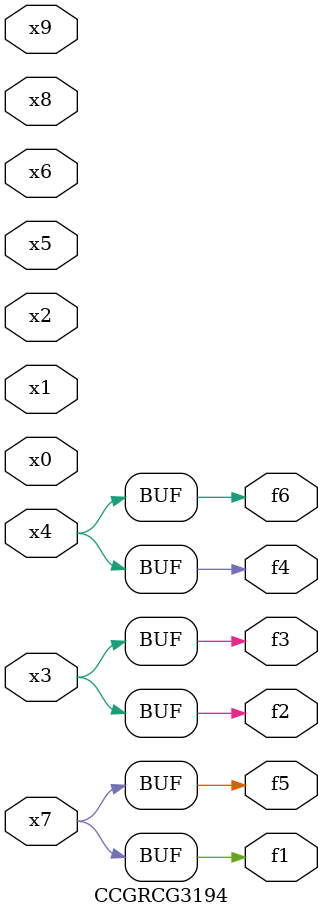
<source format=v>
module CCGRCG3194(
	input x0, x1, x2, x3, x4, x5, x6, x7, x8, x9,
	output f1, f2, f3, f4, f5, f6
);
	assign f1 = x7;
	assign f2 = x3;
	assign f3 = x3;
	assign f4 = x4;
	assign f5 = x7;
	assign f6 = x4;
endmodule

</source>
